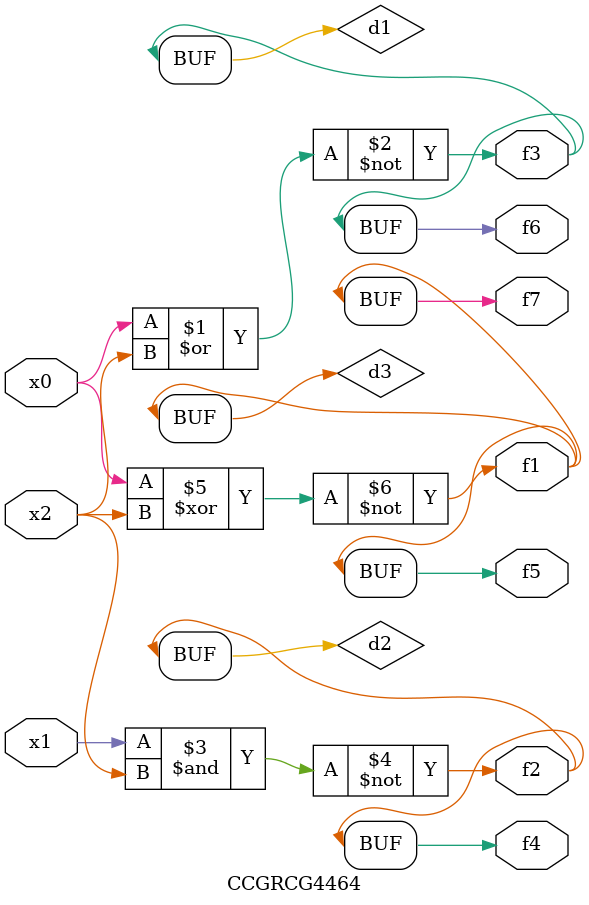
<source format=v>
module CCGRCG4464(
	input x0, x1, x2,
	output f1, f2, f3, f4, f5, f6, f7
);

	wire d1, d2, d3;

	nor (d1, x0, x2);
	nand (d2, x1, x2);
	xnor (d3, x0, x2);
	assign f1 = d3;
	assign f2 = d2;
	assign f3 = d1;
	assign f4 = d2;
	assign f5 = d3;
	assign f6 = d1;
	assign f7 = d3;
endmodule

</source>
